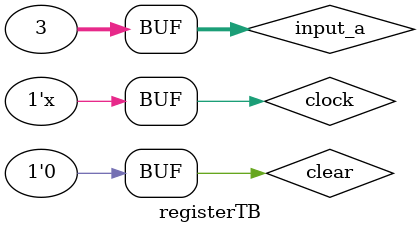
<source format=v>
module registerTB;
	reg clock;
	reg [31:0] input_a;
	wire [31:0] output_a;
	reg clear;
	Register register_instance (clear,clock,input_a,1,output_a);
	
	
	
	initial
		begin
		clear<=1;
		clock<=0;

		
		#10 clear<=0;
			input_a<=3;
		end
		
			
	
	always begin 
	#10 clock = !clock;
	end
	
endmodule
</source>
